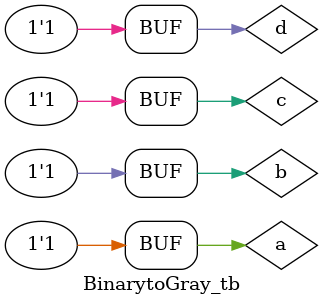
<source format=v>
`timescale 1ns/1ns

module BinarytoGray (a, b, c, d, w, x, y, z);
    input a, b, c, d;
    output w, x ,y ,z;

    assign w = a;
    xor(x, a, b);
    xor(y, b, c);
    xor(z, c, d);
    

endmodule 

module BinarytoGray_tb;

    reg a = 1'b0;
    reg b = 1'b0;
    reg c = 1'b0;
    reg d = 1'b0;

    wire w, x, y, z;

    BinarytoGray h1(a,b,c,d,w,x,y,z);

    initial
    begin
        $dumpfile("BinarytoGray.vcd");
        $dumpvars(0, BinarytoGray_tb);
    end

    initial
    begin
        a = 1'b0;
        b = 1'b0;
        c = 1'b0;
        d = 1'b0;
        #10;
        a = 1'b0;
        b = 1'b0;
        c = 1'b0;
        d = 1'b1;
        #10;
        a = 1'b0;
        b = 1'b0;
        c = 1'b1;
        d = 1'b0;
        #10;
        a = 1'b0;
        b = 1'b0;
        c = 1'b1;
        d = 1'b1;
        #10;
        a = 1'b0;
        b = 1'b1;
        c = 1'b0;
        d = 1'b0;
        #10;
        a = 1'b0;
        b = 1'b1;
        c = 1'b0;
        d = 1'b1;
        #10;
        a = 1'b0;
        b = 1'b1;
        c = 1'b1;
        d = 1'b0;
        #10;
        a = 1'b0;
        b = 1'b1;
        c = 1'b1;
        d = 1'b1;
        #10;
        a = 1'b1;
        b = 1'b0;
        c = 1'b0;
        d = 1'b0;
        #10;
        a = 1'b1;
        b = 1'b0;
        c = 1'b0;
        d = 1'b1;
        #10;
        a = 1'b1;
        b = 1'b0;
        c = 1'b1;
        d = 1'b0;
        #10;
        a = 1'b1;
        b = 1'b0;
        c = 1'b1;
        d = 1'b1;
        #10;
        a = 1'b1;
        b = 1'b1;
        c = 1'b0;
        d = 1'b0;
        #10;
        a = 1'b1;
        b = 1'b1;
        c = 1'b0;
        d = 1'b1;
        #10;
        a = 1'b1;
        b = 1'b1;
        c = 1'b1;
        d = 1'b0;
        #10;
        a = 1'b1;
        b = 1'b1;
        c = 1'b1;
        d = 1'b1;
        #10;
    end

    initial
    begin
        $monitor("A = %d\tB = %d\tC = %d\tD = %d\t\tW = %d\tX = %d\tY = %d\tZ = %d\t",a,b,c,d,w,x,y,z);
    end

endmodule
</source>
